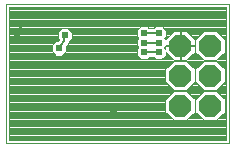
<source format=gbl>
G75*
G70*
%OFA0B0*%
%FSLAX24Y24*%
%IPPOS*%
%LPD*%
%AMOC8*
5,1,8,0,0,1.08239X$1,22.5*
%
%ADD10C,0.0000*%
%ADD11OC8,0.0740*%
%ADD12C,0.0039*%
%ADD13C,0.0238*%
%ADD14C,0.0080*%
%ADD15C,0.0100*%
D10*
X006793Y006773D02*
X006793Y011439D01*
X014254Y011439D01*
X014254Y006773D01*
X006793Y006773D01*
D11*
X012612Y008037D03*
X013612Y008037D03*
X013612Y009037D03*
X012612Y009037D03*
X012612Y010037D03*
X013612Y010037D03*
D12*
X013190Y009766D02*
X013033Y009766D01*
X012996Y009728D02*
X013228Y009728D01*
X013266Y009690D02*
X012958Y009690D01*
X012920Y009653D02*
X013304Y009653D01*
X013342Y009615D02*
X012882Y009615D01*
X012844Y009577D02*
X013380Y009577D01*
X013409Y009547D02*
X013815Y009547D01*
X014101Y009834D01*
X014101Y010240D01*
X013815Y010527D01*
X013409Y010527D01*
X013122Y010240D01*
X013122Y009834D01*
X013409Y009547D01*
X013409Y009527D02*
X013122Y009240D01*
X013122Y008834D01*
X013409Y008547D01*
X013815Y008547D01*
X014101Y008834D01*
X014101Y009240D01*
X013815Y009527D01*
X013409Y009527D01*
X013383Y009501D02*
X012840Y009501D01*
X012815Y009527D02*
X012409Y009527D01*
X012122Y009240D01*
X012122Y008834D01*
X012409Y008547D01*
X012815Y008547D01*
X013101Y008834D01*
X013101Y009240D01*
X012815Y009527D01*
X012815Y009547D02*
X013101Y009834D01*
X013101Y010017D01*
X012632Y010017D01*
X012632Y010057D01*
X013101Y010057D01*
X013101Y010240D01*
X012815Y010527D01*
X012631Y010527D01*
X012631Y010057D01*
X012592Y010057D01*
X012592Y010527D01*
X012409Y010527D01*
X012125Y010243D01*
X012071Y010297D01*
X012130Y010355D01*
X012130Y010553D01*
X011990Y010693D01*
X011792Y010693D01*
X011713Y010614D01*
X011577Y010614D01*
X011498Y010693D01*
X011300Y010693D01*
X011160Y010553D01*
X011160Y010355D01*
X011219Y010297D01*
X011160Y010238D01*
X011160Y010040D01*
X011219Y009982D01*
X011160Y009923D01*
X011160Y009726D01*
X011300Y009586D01*
X011498Y009586D01*
X011577Y009665D01*
X011713Y009665D01*
X011792Y009586D01*
X011990Y009586D01*
X012130Y009726D01*
X012130Y009826D01*
X012409Y009547D01*
X012592Y009547D01*
X012592Y010017D01*
X012631Y010017D01*
X012631Y009547D01*
X012815Y009547D01*
X012878Y009463D02*
X013345Y009463D01*
X013308Y009425D02*
X012916Y009425D01*
X012954Y009387D02*
X013270Y009387D01*
X013232Y009350D02*
X012992Y009350D01*
X013030Y009312D02*
X013194Y009312D01*
X013156Y009274D02*
X013068Y009274D01*
X013101Y009236D02*
X013122Y009236D01*
X013122Y009198D02*
X013101Y009198D01*
X013101Y009160D02*
X013122Y009160D01*
X013122Y009122D02*
X013101Y009122D01*
X013101Y009084D02*
X013122Y009084D01*
X013122Y009047D02*
X013101Y009047D01*
X013101Y009009D02*
X013122Y009009D01*
X013122Y008971D02*
X013101Y008971D01*
X013101Y008933D02*
X013122Y008933D01*
X013122Y008895D02*
X013101Y008895D01*
X013101Y008857D02*
X013122Y008857D01*
X013137Y008819D02*
X013087Y008819D01*
X013049Y008781D02*
X013175Y008781D01*
X013213Y008744D02*
X013011Y008744D01*
X012973Y008706D02*
X013251Y008706D01*
X013288Y008668D02*
X012935Y008668D01*
X012897Y008630D02*
X013326Y008630D01*
X013364Y008592D02*
X012859Y008592D01*
X012822Y008554D02*
X013402Y008554D01*
X013409Y008527D02*
X013122Y008240D01*
X013122Y007834D01*
X013409Y007547D01*
X013815Y007547D01*
X014101Y007834D01*
X014101Y008240D01*
X013815Y008527D01*
X013409Y008527D01*
X013399Y008516D02*
X012825Y008516D01*
X012815Y008527D02*
X012409Y008527D01*
X012122Y008240D01*
X012122Y007834D01*
X012409Y007547D01*
X012815Y007547D01*
X013101Y007834D01*
X013101Y008240D01*
X012815Y008527D01*
X012863Y008479D02*
X013361Y008479D01*
X013323Y008441D02*
X012901Y008441D01*
X012939Y008403D02*
X013285Y008403D01*
X013247Y008365D02*
X012976Y008365D01*
X013014Y008327D02*
X013209Y008327D01*
X013171Y008289D02*
X013052Y008289D01*
X013090Y008251D02*
X013134Y008251D01*
X013122Y008213D02*
X013101Y008213D01*
X013101Y008176D02*
X013122Y008176D01*
X013122Y008138D02*
X013101Y008138D01*
X013101Y008100D02*
X013122Y008100D01*
X013122Y008062D02*
X013101Y008062D01*
X013101Y008024D02*
X013122Y008024D01*
X013122Y007986D02*
X013101Y007986D01*
X013101Y007948D02*
X013122Y007948D01*
X013122Y007910D02*
X013101Y007910D01*
X013101Y007873D02*
X013122Y007873D01*
X013122Y007835D02*
X013101Y007835D01*
X013064Y007797D02*
X013159Y007797D01*
X013197Y007759D02*
X013026Y007759D01*
X012988Y007721D02*
X013235Y007721D01*
X013273Y007683D02*
X012951Y007683D01*
X012913Y007645D02*
X013311Y007645D01*
X013349Y007608D02*
X012875Y007608D01*
X012837Y007570D02*
X013387Y007570D01*
X013837Y007570D02*
X014134Y007570D01*
X014134Y007608D02*
X013875Y007608D01*
X013913Y007645D02*
X014134Y007645D01*
X014134Y007683D02*
X013951Y007683D01*
X013988Y007721D02*
X014134Y007721D01*
X014134Y007759D02*
X014026Y007759D01*
X014064Y007797D02*
X014134Y007797D01*
X014134Y007835D02*
X014101Y007835D01*
X014101Y007873D02*
X014134Y007873D01*
X014134Y007910D02*
X014101Y007910D01*
X014101Y007948D02*
X014134Y007948D01*
X014134Y007986D02*
X014101Y007986D01*
X014101Y008024D02*
X014134Y008024D01*
X014134Y008062D02*
X014101Y008062D01*
X014101Y008100D02*
X014134Y008100D01*
X014134Y008138D02*
X014101Y008138D01*
X014101Y008176D02*
X014134Y008176D01*
X014134Y008213D02*
X014101Y008213D01*
X014090Y008251D02*
X014134Y008251D01*
X014134Y008289D02*
X014052Y008289D01*
X014014Y008327D02*
X014134Y008327D01*
X014134Y008365D02*
X013976Y008365D01*
X013939Y008403D02*
X014134Y008403D01*
X014134Y008441D02*
X013901Y008441D01*
X013863Y008479D02*
X014134Y008479D01*
X014134Y008516D02*
X013825Y008516D01*
X013822Y008554D02*
X014134Y008554D01*
X014134Y008592D02*
X013859Y008592D01*
X013897Y008630D02*
X014134Y008630D01*
X014134Y008668D02*
X013935Y008668D01*
X013973Y008706D02*
X014134Y008706D01*
X014134Y008744D02*
X014011Y008744D01*
X014049Y008781D02*
X014134Y008781D01*
X014134Y008819D02*
X014087Y008819D01*
X014101Y008857D02*
X014134Y008857D01*
X014134Y008895D02*
X014101Y008895D01*
X014101Y008933D02*
X014134Y008933D01*
X014134Y008971D02*
X014101Y008971D01*
X014101Y009009D02*
X014134Y009009D01*
X014134Y009047D02*
X014101Y009047D01*
X014101Y009084D02*
X014134Y009084D01*
X014134Y009122D02*
X014101Y009122D01*
X014101Y009160D02*
X014134Y009160D01*
X014134Y009198D02*
X014101Y009198D01*
X014101Y009236D02*
X014134Y009236D01*
X014134Y009274D02*
X014068Y009274D01*
X014030Y009312D02*
X014134Y009312D01*
X014134Y009350D02*
X013992Y009350D01*
X013954Y009387D02*
X014134Y009387D01*
X014134Y009425D02*
X013916Y009425D01*
X013878Y009463D02*
X014134Y009463D01*
X014134Y009501D02*
X013840Y009501D01*
X013844Y009577D02*
X014134Y009577D01*
X014134Y009615D02*
X013882Y009615D01*
X013920Y009653D02*
X014134Y009653D01*
X014134Y009690D02*
X013958Y009690D01*
X013996Y009728D02*
X014134Y009728D01*
X014134Y009766D02*
X014033Y009766D01*
X014071Y009804D02*
X014134Y009804D01*
X014134Y009842D02*
X014101Y009842D01*
X014101Y009880D02*
X014134Y009880D01*
X014134Y009918D02*
X014101Y009918D01*
X014101Y009955D02*
X014134Y009955D01*
X014134Y009993D02*
X014101Y009993D01*
X014101Y010031D02*
X014134Y010031D01*
X014134Y010069D02*
X014101Y010069D01*
X014101Y010107D02*
X014134Y010107D01*
X014134Y010145D02*
X014101Y010145D01*
X014101Y010183D02*
X014134Y010183D01*
X014134Y010221D02*
X014101Y010221D01*
X014083Y010258D02*
X014134Y010258D01*
X014134Y010296D02*
X014045Y010296D01*
X014007Y010334D02*
X014134Y010334D01*
X014134Y010372D02*
X013969Y010372D01*
X013931Y010410D02*
X014134Y010410D01*
X014134Y010448D02*
X013894Y010448D01*
X013856Y010486D02*
X014134Y010486D01*
X014134Y010524D02*
X013818Y010524D01*
X013406Y010524D02*
X012818Y010524D01*
X012856Y010486D02*
X013368Y010486D01*
X013330Y010448D02*
X012894Y010448D01*
X012931Y010410D02*
X013292Y010410D01*
X013254Y010372D02*
X012969Y010372D01*
X013007Y010334D02*
X013216Y010334D01*
X013179Y010296D02*
X013045Y010296D01*
X013083Y010258D02*
X013141Y010258D01*
X013122Y010221D02*
X013101Y010221D01*
X013101Y010183D02*
X013122Y010183D01*
X013122Y010145D02*
X013101Y010145D01*
X013101Y010107D02*
X013122Y010107D01*
X013122Y010069D02*
X013101Y010069D01*
X013122Y010031D02*
X012632Y010031D01*
X012631Y009993D02*
X012592Y009993D01*
X012592Y010017D02*
X012122Y010017D01*
X012122Y009931D01*
X012071Y009982D01*
X012130Y010040D01*
X012130Y010057D01*
X012592Y010057D01*
X012592Y010017D01*
X012592Y010031D02*
X012121Y010031D01*
X012122Y009993D02*
X012083Y009993D01*
X012098Y009955D02*
X012122Y009955D01*
X012130Y009804D02*
X012152Y009804D01*
X012130Y009766D02*
X012190Y009766D01*
X012228Y009728D02*
X012130Y009728D01*
X012095Y009690D02*
X012266Y009690D01*
X012304Y009653D02*
X012057Y009653D01*
X012019Y009615D02*
X012342Y009615D01*
X012380Y009577D02*
X006913Y009577D01*
X006913Y009615D02*
X011271Y009615D01*
X011233Y009653D02*
X006913Y009653D01*
X006913Y009690D02*
X011196Y009690D01*
X011160Y009728D02*
X008688Y009728D01*
X008663Y009704D02*
X008803Y009844D01*
X008803Y010007D01*
X008860Y010088D01*
X008893Y010115D01*
X008896Y010141D01*
X008911Y010162D01*
X008907Y010183D01*
X011160Y010183D01*
X011160Y010221D02*
X008944Y010221D01*
X008907Y010183D02*
X009000Y010277D01*
X009000Y010474D01*
X008860Y010614D01*
X008663Y010614D01*
X008523Y010474D01*
X008523Y010277D01*
X008569Y010230D01*
X008536Y010181D01*
X008466Y010181D01*
X008326Y010041D01*
X008326Y009844D01*
X008466Y009704D01*
X008663Y009704D01*
X008726Y009766D02*
X011160Y009766D01*
X011160Y009804D02*
X008764Y009804D01*
X008802Y009842D02*
X011160Y009842D01*
X011160Y009880D02*
X008803Y009880D01*
X008803Y009918D02*
X011160Y009918D01*
X011193Y009955D02*
X008803Y009955D01*
X008803Y009993D02*
X011208Y009993D01*
X011170Y010031D02*
X008820Y010031D01*
X008846Y010069D02*
X011160Y010069D01*
X011160Y010107D02*
X008883Y010107D01*
X008899Y010145D02*
X011160Y010145D01*
X011181Y010258D02*
X008982Y010258D01*
X009000Y010296D02*
X011219Y010296D01*
X011182Y010334D02*
X009000Y010334D01*
X009000Y010372D02*
X011160Y010372D01*
X011160Y010410D02*
X009000Y010410D01*
X009000Y010448D02*
X011160Y010448D01*
X011160Y010486D02*
X008989Y010486D01*
X008951Y010524D02*
X011160Y010524D01*
X011169Y010561D02*
X008913Y010561D01*
X008875Y010599D02*
X011207Y010599D01*
X011244Y010637D02*
X006913Y010637D01*
X006913Y010599D02*
X008647Y010599D01*
X008610Y010561D02*
X006913Y010561D01*
X006913Y010524D02*
X008572Y010524D01*
X008534Y010486D02*
X006913Y010486D01*
X006913Y010448D02*
X008523Y010448D01*
X008523Y010410D02*
X006913Y010410D01*
X006913Y010372D02*
X008523Y010372D01*
X008523Y010334D02*
X006913Y010334D01*
X006913Y010296D02*
X008523Y010296D01*
X008541Y010258D02*
X006913Y010258D01*
X006913Y010221D02*
X008563Y010221D01*
X008537Y010183D02*
X006913Y010183D01*
X006913Y010145D02*
X008429Y010145D01*
X008391Y010107D02*
X006913Y010107D01*
X006913Y010069D02*
X008353Y010069D01*
X008326Y010031D02*
X006913Y010031D01*
X006913Y009993D02*
X008326Y009993D01*
X008326Y009955D02*
X006913Y009955D01*
X006913Y009918D02*
X008326Y009918D01*
X008326Y009880D02*
X006913Y009880D01*
X006913Y009842D02*
X008328Y009842D01*
X008365Y009804D02*
X006913Y009804D01*
X006913Y009766D02*
X008403Y009766D01*
X008441Y009728D02*
X006913Y009728D01*
X006913Y009539D02*
X014134Y009539D01*
X013152Y009804D02*
X013071Y009804D01*
X013101Y009842D02*
X013122Y009842D01*
X013122Y009880D02*
X013101Y009880D01*
X013101Y009918D02*
X013122Y009918D01*
X013122Y009955D02*
X013101Y009955D01*
X013101Y009993D02*
X013122Y009993D01*
X012631Y009955D02*
X012592Y009955D01*
X012592Y009918D02*
X012631Y009918D01*
X012631Y009880D02*
X012592Y009880D01*
X012592Y009842D02*
X012631Y009842D01*
X012631Y009804D02*
X012592Y009804D01*
X012592Y009766D02*
X012631Y009766D01*
X012631Y009728D02*
X012592Y009728D01*
X012592Y009690D02*
X012631Y009690D01*
X012631Y009653D02*
X012592Y009653D01*
X012592Y009615D02*
X012631Y009615D01*
X012631Y009577D02*
X012592Y009577D01*
X012383Y009501D02*
X006913Y009501D01*
X006913Y009463D02*
X012345Y009463D01*
X012308Y009425D02*
X006913Y009425D01*
X006913Y009387D02*
X012270Y009387D01*
X012232Y009350D02*
X006913Y009350D01*
X006913Y009312D02*
X012194Y009312D01*
X012156Y009274D02*
X006913Y009274D01*
X006913Y009236D02*
X012122Y009236D01*
X012122Y009198D02*
X006913Y009198D01*
X006913Y009160D02*
X012122Y009160D01*
X012122Y009122D02*
X006913Y009122D01*
X006913Y009084D02*
X012122Y009084D01*
X012122Y009047D02*
X006913Y009047D01*
X006913Y009009D02*
X012122Y009009D01*
X012122Y008971D02*
X006913Y008971D01*
X006913Y008933D02*
X012122Y008933D01*
X012122Y008895D02*
X006913Y008895D01*
X006913Y008857D02*
X012122Y008857D01*
X012137Y008819D02*
X006913Y008819D01*
X006913Y008781D02*
X012175Y008781D01*
X012213Y008744D02*
X006913Y008744D01*
X006913Y008706D02*
X012251Y008706D01*
X012288Y008668D02*
X006913Y008668D01*
X006913Y008630D02*
X012326Y008630D01*
X012364Y008592D02*
X006913Y008592D01*
X006913Y008554D02*
X012402Y008554D01*
X012399Y008516D02*
X006913Y008516D01*
X006913Y008479D02*
X012361Y008479D01*
X012323Y008441D02*
X006913Y008441D01*
X006913Y008403D02*
X012285Y008403D01*
X012247Y008365D02*
X006913Y008365D01*
X006913Y008327D02*
X012209Y008327D01*
X012171Y008289D02*
X006913Y008289D01*
X006913Y008251D02*
X012134Y008251D01*
X012122Y008213D02*
X006913Y008213D01*
X006913Y008176D02*
X012122Y008176D01*
X012122Y008138D02*
X006913Y008138D01*
X006913Y008100D02*
X012122Y008100D01*
X012122Y008062D02*
X006913Y008062D01*
X006913Y008024D02*
X012122Y008024D01*
X012122Y007986D02*
X006913Y007986D01*
X006913Y007948D02*
X012122Y007948D01*
X012122Y007910D02*
X006913Y007910D01*
X006913Y007873D02*
X012122Y007873D01*
X012122Y007835D02*
X006913Y007835D01*
X006913Y007797D02*
X012159Y007797D01*
X012197Y007759D02*
X006913Y007759D01*
X006913Y007721D02*
X012235Y007721D01*
X012273Y007683D02*
X006913Y007683D01*
X006913Y007645D02*
X012311Y007645D01*
X012349Y007608D02*
X006913Y007608D01*
X006913Y007570D02*
X012387Y007570D01*
X014134Y007532D02*
X006913Y007532D01*
X006913Y007494D02*
X014134Y007494D01*
X014134Y007456D02*
X006913Y007456D01*
X006913Y007418D02*
X014134Y007418D01*
X014134Y007380D02*
X006913Y007380D01*
X006913Y007342D02*
X014134Y007342D01*
X014134Y007305D02*
X006913Y007305D01*
X006913Y007267D02*
X014134Y007267D01*
X014134Y007229D02*
X006913Y007229D01*
X006913Y007191D02*
X014134Y007191D01*
X014134Y007153D02*
X006913Y007153D01*
X006913Y007115D02*
X014134Y007115D01*
X014134Y007077D02*
X006913Y007077D01*
X006913Y007039D02*
X014134Y007039D01*
X014134Y007002D02*
X006913Y007002D01*
X006913Y006964D02*
X014134Y006964D01*
X014134Y006926D02*
X006913Y006926D01*
X006913Y006893D02*
X006913Y011319D01*
X014134Y011319D01*
X014134Y006893D01*
X006913Y006893D01*
X011527Y009615D02*
X011763Y009615D01*
X011726Y009653D02*
X011565Y009653D01*
X012110Y010258D02*
X012141Y010258D01*
X012179Y010296D02*
X012072Y010296D01*
X012109Y010334D02*
X012216Y010334D01*
X012254Y010372D02*
X012130Y010372D01*
X012130Y010410D02*
X012292Y010410D01*
X012330Y010448D02*
X012130Y010448D01*
X012130Y010486D02*
X012368Y010486D01*
X012406Y010524D02*
X012130Y010524D01*
X012122Y010561D02*
X014134Y010561D01*
X014134Y010599D02*
X012084Y010599D01*
X012046Y010637D02*
X014134Y010637D01*
X014134Y010675D02*
X012008Y010675D01*
X011774Y010675D02*
X011516Y010675D01*
X011554Y010637D02*
X011737Y010637D01*
X011282Y010675D02*
X006913Y010675D01*
X006913Y010713D02*
X014134Y010713D01*
X014134Y010751D02*
X006913Y010751D01*
X006913Y010789D02*
X014134Y010789D01*
X014134Y010826D02*
X006913Y010826D01*
X006913Y010864D02*
X014134Y010864D01*
X014134Y010902D02*
X006913Y010902D01*
X006913Y010940D02*
X014134Y010940D01*
X014134Y010978D02*
X006913Y010978D01*
X006913Y011016D02*
X014134Y011016D01*
X014134Y011054D02*
X006913Y011054D01*
X006913Y011092D02*
X014134Y011092D01*
X014134Y011129D02*
X006913Y011129D01*
X006913Y011167D02*
X014134Y011167D01*
X014134Y011205D02*
X006913Y011205D01*
X006913Y011243D02*
X014134Y011243D01*
X014134Y011281D02*
X006913Y011281D01*
X006913Y011319D02*
X014134Y011319D01*
X012631Y010524D02*
X012592Y010524D01*
X012592Y010486D02*
X012631Y010486D01*
X012631Y010448D02*
X012592Y010448D01*
X012592Y010410D02*
X012631Y010410D01*
X012631Y010372D02*
X012592Y010372D01*
X012592Y010334D02*
X012631Y010334D01*
X012631Y010296D02*
X012592Y010296D01*
X012592Y010258D02*
X012631Y010258D01*
X012631Y010221D02*
X012592Y010221D01*
X012592Y010183D02*
X012631Y010183D01*
X012631Y010145D02*
X012592Y010145D01*
X012592Y010107D02*
X012631Y010107D01*
X012631Y010069D02*
X012592Y010069D01*
D13*
X011891Y010139D03*
X011891Y009824D03*
X011399Y009824D03*
X011399Y010139D03*
X011399Y010454D03*
X011891Y010454D03*
X009982Y009352D03*
X008565Y009943D03*
X008761Y010376D03*
X007187Y010454D03*
X010376Y007836D03*
X010809Y007206D03*
D14*
X011006Y007206D01*
X011399Y009824D02*
X011891Y009824D01*
X011891Y010139D02*
X011399Y010139D01*
X011399Y010454D02*
X011891Y010454D01*
X008761Y010376D02*
X008742Y010198D01*
X008565Y009943D01*
X007364Y010710D02*
X007187Y010533D01*
X007187Y010454D01*
D15*
X010376Y007836D02*
X010494Y007954D01*
X010494Y007974D01*
M02*

</source>
